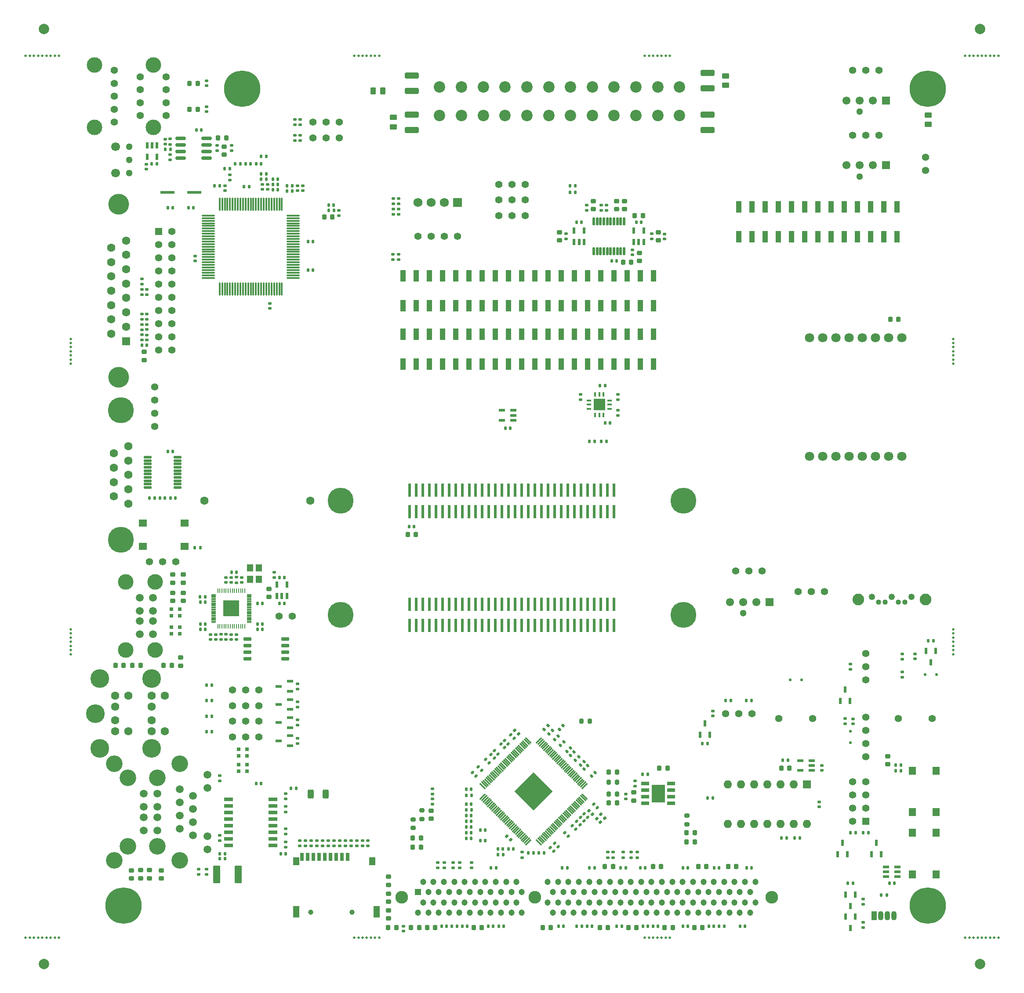
<source format=gts>
G04 #@! TF.GenerationSoftware,KiCad,Pcbnew,7.0.8*
G04 #@! TF.CreationDate,2023-10-29T22:50:43+01:00*
G04 #@! TF.ProjectId,ITX-Llama,4954582d-4c6c-4616-9d61-2e6b69636164,E*
G04 #@! TF.SameCoordinates,Original*
G04 #@! TF.FileFunction,Soldermask,Top*
G04 #@! TF.FilePolarity,Negative*
%FSLAX46Y46*%
G04 Gerber Fmt 4.6, Leading zero omitted, Abs format (unit mm)*
G04 Created by KiCad (PCBNEW 7.0.8) date 2023-10-29 22:50:43*
%MOMM*%
%LPD*%
G01*
G04 APERTURE LIST*
G04 Aperture macros list*
%AMRoundRect*
0 Rectangle with rounded corners*
0 $1 Rounding radius*
0 $2 $3 $4 $5 $6 $7 $8 $9 X,Y pos of 4 corners*
0 Add a 4 corners polygon primitive as box body*
4,1,4,$2,$3,$4,$5,$6,$7,$8,$9,$2,$3,0*
0 Add four circle primitives for the rounded corners*
1,1,$1+$1,$2,$3*
1,1,$1+$1,$4,$5*
1,1,$1+$1,$6,$7*
1,1,$1+$1,$8,$9*
0 Add four rect primitives between the rounded corners*
20,1,$1+$1,$2,$3,$4,$5,0*
20,1,$1+$1,$4,$5,$6,$7,0*
20,1,$1+$1,$6,$7,$8,$9,0*
20,1,$1+$1,$8,$9,$2,$3,0*%
%AMRotRect*
0 Rectangle, with rotation*
0 The origin of the aperture is its center*
0 $1 length*
0 $2 width*
0 $3 Rotation angle, in degrees counterclockwise*
0 Add horizontal line*
21,1,$1,$2,0,0,$3*%
G04 Aperture macros list end*
%ADD10R,1.755000X1.755000*%
%ADD11C,1.755000*%
%ADD12C,1.397000*%
%ADD13R,0.600000X1.200000*%
%ADD14RoundRect,0.140000X0.140000X0.170000X-0.140000X0.170000X-0.140000X-0.170000X0.140000X-0.170000X0*%
%ADD15RoundRect,0.140000X-0.140000X-0.170000X0.140000X-0.170000X0.140000X0.170000X-0.140000X0.170000X0*%
%ADD16RoundRect,0.135000X0.135000X0.185000X-0.135000X0.185000X-0.135000X-0.185000X0.135000X-0.185000X0*%
%ADD17RoundRect,0.135000X0.185000X-0.135000X0.185000X0.135000X-0.185000X0.135000X-0.185000X-0.135000X0*%
%ADD18RoundRect,0.140000X0.170000X-0.140000X0.170000X0.140000X-0.170000X0.140000X-0.170000X-0.140000X0*%
%ADD19RoundRect,0.225000X-0.225000X-0.250000X0.225000X-0.250000X0.225000X0.250000X-0.225000X0.250000X0*%
%ADD20RoundRect,0.218750X0.256250X-0.218750X0.256250X0.218750X-0.256250X0.218750X-0.256250X-0.218750X0*%
%ADD21C,0.400000*%
%ADD22C,7.000000*%
%ADD23RoundRect,0.200000X0.200000X0.275000X-0.200000X0.275000X-0.200000X-0.275000X0.200000X-0.275000X0*%
%ADD24RoundRect,0.135000X-0.185000X0.135000X-0.185000X-0.135000X0.185000X-0.135000X0.185000X0.135000X0*%
%ADD25R,1.400000X1.600000*%
%ADD26R,1.020000X2.300000*%
%ADD27RoundRect,0.225000X0.250000X-0.225000X0.250000X0.225000X-0.250000X0.225000X-0.250000X-0.225000X0*%
%ADD28RoundRect,0.225000X-0.250000X0.225000X-0.250000X-0.225000X0.250000X-0.225000X0.250000X0.225000X0*%
%ADD29RoundRect,0.140000X-0.021213X0.219203X-0.219203X0.021213X0.021213X-0.219203X0.219203X-0.021213X0*%
%ADD30C,2.440000*%
%ADD31R,1.200000X1.200000*%
%ADD32C,1.200000*%
%ADD33C,1.300000*%
%ADD34R,1.530000X1.530000*%
%ADD35C,1.550000*%
%ADD36RoundRect,0.250000X-1.100000X0.325000X-1.100000X-0.325000X1.100000X-0.325000X1.100000X0.325000X0*%
%ADD37R,1.200000X0.600000*%
%ADD38RoundRect,0.135000X-0.135000X-0.185000X0.135000X-0.185000X0.135000X0.185000X-0.135000X0.185000X0*%
%ADD39RoundRect,0.112500X-0.637500X-0.112500X0.637500X-0.112500X0.637500X0.112500X-0.637500X0.112500X0*%
%ADD40RoundRect,0.250000X0.450000X-0.262500X0.450000X0.262500X-0.450000X0.262500X-0.450000X-0.262500X0*%
%ADD41C,1.600000*%
%ADD42RoundRect,0.225000X0.225000X0.250000X-0.225000X0.250000X-0.225000X-0.250000X0.225000X-0.250000X0*%
%ADD43C,1.000000*%
%ADD44R,0.700000X1.500000*%
%ADD45R,1.200000X1.600000*%
%ADD46R,1.200000X2.200000*%
%ADD47C,1.700000*%
%ADD48C,0.500000*%
%ADD49C,2.000000*%
%ADD50R,1.600000X1.400000*%
%ADD51RoundRect,0.140000X-0.170000X0.140000X-0.170000X-0.140000X0.170000X-0.140000X0.170000X0.140000X0*%
%ADD52RoundRect,0.140000X0.219203X0.021213X0.021213X0.219203X-0.219203X-0.021213X-0.021213X-0.219203X0*%
%ADD53RoundRect,0.218750X0.218750X0.256250X-0.218750X0.256250X-0.218750X-0.256250X0.218750X-0.256250X0*%
%ADD54RoundRect,0.140000X-0.219203X-0.021213X-0.021213X-0.219203X0.219203X0.021213X0.021213X0.219203X0*%
%ADD55RoundRect,0.135000X-0.035355X0.226274X-0.226274X0.035355X0.035355X-0.226274X0.226274X-0.035355X0*%
%ADD56RoundRect,0.218750X-0.256250X0.218750X-0.256250X-0.218750X0.256250X-0.218750X0.256250X0.218750X0*%
%ADD57RoundRect,0.250000X-0.262500X-0.450000X0.262500X-0.450000X0.262500X0.450000X-0.262500X0.450000X0*%
%ADD58R,1.397000X1.397000*%
%ADD59C,3.600000*%
%ADD60RoundRect,0.250000X0.312500X0.625000X-0.312500X0.625000X-0.312500X-0.625000X0.312500X-0.625000X0*%
%ADD61O,0.370000X0.950000*%
%ADD62O,0.950000X0.370000*%
%ADD63R,2.200000X2.200000*%
%ADD64R,0.700000X0.700000*%
%ADD65RoundRect,0.135000X0.226274X0.035355X0.035355X0.226274X-0.226274X-0.035355X-0.035355X-0.226274X0*%
%ADD66C,1.800000*%
%ADD67RoundRect,0.249999X0.450001X1.450001X-0.450001X1.450001X-0.450001X-1.450001X0.450001X-1.450001X0*%
%ADD68RoundRect,0.125000X-0.125000X0.125000X-0.125000X-0.125000X0.125000X-0.125000X0.125000X0.125000X0*%
%ADD69RoundRect,0.250000X1.100000X-0.325000X1.100000X0.325000X-1.100000X0.325000X-1.100000X-0.325000X0*%
%ADD70RoundRect,0.075000X-1.162500X-0.075000X1.162500X-0.075000X1.162500X0.075000X-1.162500X0.075000X0*%
%ADD71RoundRect,0.075000X-0.075000X-1.162500X0.075000X-1.162500X0.075000X1.162500X-0.075000X1.162500X0*%
%ADD72RoundRect,0.006000X0.414000X0.094000X-0.414000X0.094000X-0.414000X-0.094000X0.414000X-0.094000X0*%
%ADD73RoundRect,0.020000X0.080000X0.400000X-0.080000X0.400000X-0.080000X-0.400000X0.080000X-0.400000X0*%
%ADD74R,3.100000X3.100000*%
%ADD75RoundRect,0.125000X0.125000X0.125000X-0.125000X0.125000X-0.125000X-0.125000X0.125000X-0.125000X0*%
%ADD76R,1.070000X1.800000*%
%ADD77O,1.070000X1.800000*%
%ADD78RoundRect,0.112500X-0.112500X0.637500X-0.112500X-0.637500X0.112500X-0.637500X0.112500X0.637500X0*%
%ADD79R,1.200000X1.400000*%
%ADD80C,1.500000*%
%ADD81C,3.000000*%
%ADD82C,2.250000*%
%ADD83C,1.250000*%
%ADD84C,1.016000*%
%ADD85C,1.248000*%
%ADD86C,5.000000*%
%ADD87R,1.505000X0.802000*%
%ADD88R,2.613000X3.502000*%
%ADD89C,3.200000*%
%ADD90RoundRect,0.200000X-0.275000X0.200000X-0.275000X-0.200000X0.275000X-0.200000X0.275000X0.200000X0*%
%ADD91R,1.600000X1.600000*%
%ADD92O,1.600000X1.600000*%
%ADD93RoundRect,0.135000X-0.226274X-0.035355X-0.035355X-0.226274X0.226274X0.035355X0.035355X0.226274X0*%
%ADD94C,1.400000*%
%ADD95C,2.200000*%
%ADD96RoundRect,0.250000X-0.450000X0.262500X-0.450000X-0.262500X0.450000X-0.262500X0.450000X0.262500X0*%
%ADD97RoundRect,0.150000X0.650000X0.150000X-0.650000X0.150000X-0.650000X-0.150000X0.650000X-0.150000X0*%
%ADD98R,0.630000X2.600000*%
%ADD99RoundRect,0.150000X-0.825000X-0.150000X0.825000X-0.150000X0.825000X0.150000X-0.825000X0.150000X0*%
%ADD100R,2.800000X0.600000*%
%ADD101R,1.670000X0.760000*%
%ADD102C,4.000000*%
%ADD103RoundRect,0.062500X-0.433103X-0.521491X0.521491X0.433103X0.433103X0.521491X-0.521491X-0.433103X0*%
%ADD104RoundRect,0.062500X0.433103X-0.521491X0.521491X-0.433103X-0.433103X0.521491X-0.521491X0.433103X0*%
%ADD105RotRect,5.200000X5.200000X45.000000*%
G04 APERTURE END LIST*
D10*
X64310000Y135500000D03*
D11*
X61770000Y135500000D03*
X59230000Y135500000D03*
X56690000Y135500000D03*
D12*
X26040000Y32500000D03*
X23500000Y32500000D03*
X20960000Y32500000D03*
D13*
X86800000Y127900000D03*
X87750000Y127900000D03*
X88700000Y127900000D03*
X88700000Y130100000D03*
X86800000Y130100000D03*
D14*
X36480000Y122500000D03*
X35520000Y122500000D03*
D15*
X14770000Y53250000D03*
X15730000Y53250000D03*
D16*
X121010000Y39500000D03*
X119990000Y39500000D03*
D14*
X62230000Y-4000000D03*
X61270000Y-4000000D03*
X96730000Y7250000D03*
X95770000Y7250000D03*
D15*
X89270000Y-4000000D03*
X90230000Y-4000000D03*
X14770000Y58500000D03*
X15730000Y58500000D03*
D12*
X41540000Y148000000D03*
X39000000Y148000000D03*
X36460000Y148000000D03*
D14*
X127980000Y28000000D03*
X127020000Y28000000D03*
D15*
X102020000Y-4000000D03*
X102980000Y-4000000D03*
D17*
X3500000Y108990000D03*
X3500000Y110010000D03*
D18*
X40500000Y11520000D03*
X40500000Y12480000D03*
D19*
X98475000Y133000000D03*
X100025000Y133000000D03*
D17*
X53000000Y133240000D03*
X53000000Y134260000D03*
D20*
X5000000Y5212500D03*
X5000000Y6787500D03*
D21*
X0Y-2750000D03*
X-1950000Y-1950000D03*
X1950000Y-1950000D03*
X-2750000Y0D03*
D22*
X0Y0D03*
D21*
X2750000Y0D03*
X-1950000Y1950000D03*
X1950000Y1950000D03*
X0Y2750000D03*
D23*
X95075000Y23750000D03*
X93425000Y23750000D03*
D14*
X24480000Y143000000D03*
X23520000Y143000000D03*
D15*
X118770000Y-4000000D03*
X119730000Y-4000000D03*
D14*
X36480000Y128000000D03*
X35520000Y128000000D03*
D24*
X95250000Y95510000D03*
X95250000Y94490000D03*
D17*
X98500000Y22990000D03*
X98500000Y24010000D03*
D12*
X143000000Y43460000D03*
X143000000Y46000000D03*
X143000000Y48540000D03*
D25*
X156500000Y6000000D03*
X156500000Y14000000D03*
X152000000Y6000000D03*
X152000000Y14000000D03*
D19*
X-1525000Y46250000D03*
X25000Y46250000D03*
D24*
X64750000Y8260000D03*
X64750000Y7240000D03*
D26*
X53870000Y115600000D03*
X53870000Y121400000D03*
X56410000Y115600000D03*
X56410000Y121400000D03*
X58950000Y115600000D03*
X58950000Y121400000D03*
X61490000Y115600000D03*
X61490000Y121400000D03*
X64030000Y115600000D03*
X64030000Y121400000D03*
X66570000Y115600000D03*
X66570000Y121400000D03*
X69110000Y115600000D03*
X69110000Y121400000D03*
X71650000Y115600000D03*
X71650000Y121400000D03*
X74190000Y115600000D03*
X74190000Y121400000D03*
X76730000Y115600000D03*
X76730000Y121400000D03*
X79270000Y115600000D03*
X79270000Y121400000D03*
X81810000Y115600000D03*
X81810000Y121400000D03*
X84350000Y115600000D03*
X84350000Y121400000D03*
X86890000Y115600000D03*
X86890000Y121400000D03*
X89430000Y115600000D03*
X89430000Y121400000D03*
X91970000Y115600000D03*
X91970000Y121400000D03*
X94510000Y115600000D03*
X94510000Y121400000D03*
X97050000Y115600000D03*
X97050000Y121400000D03*
X99590000Y115600000D03*
X99590000Y121400000D03*
X102130000Y115600000D03*
X102130000Y121400000D03*
D14*
X31230000Y10000000D03*
X30270000Y10000000D03*
D19*
X91725000Y-4250000D03*
X93275000Y-4250000D03*
D14*
X90730000Y7250000D03*
X89770000Y7250000D03*
X114730000Y7250000D03*
X113770000Y7250000D03*
D27*
X95000000Y134225000D03*
X95000000Y135775000D03*
D28*
X51000000Y-975000D03*
X51000000Y-2525000D03*
D19*
X58475000Y-4250000D03*
X60025000Y-4250000D03*
D21*
X154940000Y-2750000D03*
X152990000Y-1950000D03*
X156890000Y-1950000D03*
X152190000Y0D03*
D22*
X154940000Y0D03*
D21*
X157690000Y0D03*
X152990000Y1950000D03*
X156890000Y1950000D03*
X154940000Y2750000D03*
D29*
X88673220Y27713422D03*
X87994398Y27034600D03*
D16*
X20510000Y142000000D03*
X19490000Y142000000D03*
D17*
X76750000Y9240000D03*
X76750000Y10260000D03*
D15*
X73520000Y92000000D03*
X74480000Y92000000D03*
D16*
X17010000Y42500000D03*
X15990000Y42500000D03*
D17*
X139000000Y34990000D03*
X139000000Y36010000D03*
X142500000Y-4260000D03*
X142500000Y-3240000D03*
D30*
X53565000Y1574800D03*
X79205000Y1574800D03*
X124845000Y1574800D03*
D31*
X56705000Y2574800D03*
D32*
X57705000Y4574800D03*
X58705000Y2574800D03*
X59705000Y4574800D03*
X60705000Y2574800D03*
X61705000Y4574800D03*
X62705000Y2574800D03*
X63705000Y4574800D03*
X64705000Y2574800D03*
X65705000Y4574800D03*
X66705000Y2574800D03*
X67705000Y4574800D03*
X68705000Y2574800D03*
X69705000Y4574800D03*
X70705000Y2574800D03*
X71705000Y4574800D03*
X72705000Y2574800D03*
X73705000Y4574800D03*
X74705000Y2574800D03*
X75705000Y4574800D03*
X76705000Y2574800D03*
X81705000Y4574800D03*
X82705000Y2574800D03*
X83705000Y4574800D03*
X84705000Y2574800D03*
X85705000Y4574800D03*
X86705000Y2574800D03*
X87705000Y4574800D03*
X88705000Y2574800D03*
X89705000Y4574800D03*
X90705000Y2574800D03*
X91705000Y4574800D03*
X92705000Y2574800D03*
X93705000Y4574800D03*
X94705000Y2574800D03*
X95705000Y4574800D03*
X96705000Y2574800D03*
X97705000Y4574800D03*
X98705000Y2574800D03*
X99705000Y4574800D03*
X100705000Y2574800D03*
X101705000Y4574800D03*
X102705000Y2574800D03*
X103705000Y4574800D03*
X104705000Y2574800D03*
X105705000Y4574800D03*
X106705000Y2574800D03*
X107705000Y4574800D03*
X108705000Y2574800D03*
X109705000Y4574800D03*
X110705000Y2574800D03*
X111705000Y4574800D03*
X112705000Y2574800D03*
X113705000Y4574800D03*
X114705000Y2574800D03*
X115705000Y4574800D03*
X116705000Y2574800D03*
X117705000Y4574800D03*
X118705000Y2574800D03*
X119705000Y4574800D03*
X120705000Y2574800D03*
X121705000Y4574800D03*
X56705000Y-1425200D03*
X57705000Y574800D03*
X58705000Y-1425200D03*
X59705000Y574800D03*
X60705000Y-1425200D03*
X61705000Y574800D03*
X62705000Y-1425200D03*
X63705000Y574800D03*
X64705000Y-1425200D03*
X65705000Y574800D03*
X66705000Y-1425200D03*
X67705000Y574800D03*
X68705000Y-1425200D03*
X69705000Y574800D03*
X70705000Y-1425200D03*
X71705000Y574800D03*
X72705000Y-1425200D03*
X73705000Y574800D03*
X74705000Y-1425200D03*
X75705000Y574800D03*
X76705000Y-1425200D03*
X81705000Y574800D03*
X82705000Y-1425200D03*
X83705000Y574800D03*
X84705000Y-1425200D03*
X85705000Y574800D03*
X86705000Y-1425200D03*
X87705000Y574800D03*
X88705000Y-1425200D03*
X89705000Y574800D03*
X90705000Y-1425200D03*
X91705000Y574800D03*
X92705000Y-1425200D03*
X93705000Y574800D03*
X94705000Y-1425200D03*
X95705000Y574800D03*
X96705000Y-1425200D03*
X97705000Y574800D03*
X98705000Y-1425200D03*
X99705000Y574800D03*
X100705000Y-1425200D03*
X101705000Y574800D03*
X102705000Y-1425200D03*
X103705000Y574800D03*
X104705000Y-1425200D03*
X105705000Y574800D03*
X106705000Y-1425200D03*
X107705000Y574800D03*
X108705000Y-1425200D03*
X109705000Y574800D03*
X110705000Y-1425200D03*
X111705000Y574800D03*
X112705000Y-1425200D03*
X113705000Y574800D03*
X114705000Y-1425200D03*
X115705000Y574800D03*
X116705000Y-1425200D03*
X117705000Y574800D03*
X118705000Y-1425200D03*
X119705000Y574800D03*
X120705000Y-1425200D03*
X121705000Y574800D03*
D14*
X4480000Y108000000D03*
X3520000Y108000000D03*
D18*
X152500000Y47540000D03*
X152500000Y48500000D03*
D27*
X9500000Y62225000D03*
X9500000Y63775000D03*
D33*
X141822000Y140531500D03*
D34*
X146902000Y142691500D03*
D35*
X144362000Y142691500D03*
X141822000Y142691500D03*
X139282000Y142691500D03*
D15*
X63270000Y-4000000D03*
X64230000Y-4000000D03*
D36*
X112500000Y160475000D03*
X112500000Y157525000D03*
D37*
X32100000Y30800000D03*
X29900000Y31750000D03*
X32100000Y32700000D03*
D38*
X23140000Y138550000D03*
X24160000Y138550000D03*
D12*
X140460000Y148500000D03*
X143000000Y148500000D03*
X145540000Y148500000D03*
D28*
X99400000Y125775000D03*
X99400000Y124225000D03*
D18*
X96750000Y20520000D03*
X96750000Y21480000D03*
D38*
X148740000Y26000000D03*
X149760000Y26000000D03*
D28*
X28000000Y61025000D03*
X28000000Y59475000D03*
D39*
X4600000Y86425000D03*
X4600000Y85775000D03*
X4600000Y85125000D03*
X4600000Y84475000D03*
X4600000Y83825000D03*
X4600000Y83175000D03*
X4600000Y82525000D03*
X4600000Y81875000D03*
X4600000Y81225000D03*
X4600000Y80575000D03*
X10400000Y80575000D03*
X10400000Y81225000D03*
X10400000Y81875000D03*
X10400000Y82525000D03*
X10400000Y83175000D03*
X10400000Y83825000D03*
X10400000Y84475000D03*
X10400000Y85125000D03*
X10400000Y85775000D03*
X10400000Y86425000D03*
D19*
X108475000Y14000000D03*
X110025000Y14000000D03*
D15*
X31520000Y138750000D03*
X32480000Y138750000D03*
D12*
X72300000Y133000000D03*
X74840000Y133000000D03*
X77380000Y133000000D03*
D29*
X84854844Y31531799D03*
X84176022Y30852977D03*
D40*
X155000000Y150587500D03*
X155000000Y152412500D03*
D12*
X117960000Y64500000D03*
X120500000Y64500000D03*
X123040000Y64500000D03*
D14*
X66980000Y14000000D03*
X66020000Y14000000D03*
D28*
X19400000Y146275000D03*
X19400000Y144725000D03*
D14*
X26730000Y53250000D03*
X25770000Y53250000D03*
D17*
X19750000Y51240000D03*
X19750000Y52260000D03*
D24*
X59500000Y20520000D03*
X59500000Y19500000D03*
D41*
X35950000Y78000000D03*
X15600000Y78000000D03*
D42*
X40225000Y132700000D03*
X38675000Y132700000D03*
X128275000Y26500000D03*
X126725000Y26500000D03*
D24*
X47100000Y12510000D03*
X47100000Y11490000D03*
D16*
X9010000Y145750000D03*
X7990000Y145750000D03*
D20*
X11500000Y62212500D03*
X11500000Y63787500D03*
D43*
X36050000Y-1300000D03*
X44050000Y-1300000D03*
D44*
X43140000Y9350000D03*
X42040000Y9350000D03*
X40940000Y9350000D03*
X39840000Y9350000D03*
X38740000Y9350000D03*
X37640000Y9350000D03*
X36540000Y9350000D03*
X35440000Y9350000D03*
X34340000Y9350000D03*
D45*
X33240000Y8500000D03*
D46*
X33240000Y-1200000D03*
D45*
X47920000Y8500000D03*
D46*
X48760000Y-1200000D03*
D16*
X141010000Y14000000D03*
X139990000Y14000000D03*
D42*
X56925000Y-4250000D03*
X55375000Y-4250000D03*
D17*
X3500000Y117740000D03*
X3500000Y118760000D03*
D28*
X84000000Y129775000D03*
X84000000Y128225000D03*
D37*
X32100000Y37800000D03*
X29900000Y38750000D03*
X32100000Y39700000D03*
D16*
X17010000Y33500000D03*
X15990000Y33500000D03*
D33*
X1110000Y146290000D03*
X1110000Y143750000D03*
X1110000Y141210000D03*
D47*
X-1510000Y146290000D03*
X-1510000Y141210000D03*
D48*
X-18860000Y163830000D03*
X-18860000Y-6170000D03*
X-18060000Y163830000D03*
X-18060000Y-6170000D03*
X-17260000Y163830000D03*
X-17260000Y-6170000D03*
X-16460000Y163830000D03*
X-16460000Y-6170000D03*
X-15660000Y163830000D03*
X-15660000Y-6170000D03*
D49*
X-15310000Y168980000D03*
X-15310000Y-11320000D03*
D48*
X-14860000Y163830000D03*
X-14860000Y-6170000D03*
X-14060000Y163830000D03*
X-14060000Y-6170000D03*
X-13260000Y163830000D03*
X-13260000Y-6170000D03*
X-12460000Y163830000D03*
X-12460000Y-6170000D03*
X-10160000Y109230000D03*
X-10160000Y108430000D03*
X-10160000Y107630000D03*
X-10160000Y106830000D03*
X-10160000Y106030000D03*
X-10160000Y105230000D03*
X-10160000Y104430000D03*
X-10160000Y53230000D03*
X-10160000Y52430000D03*
X-10160000Y51630000D03*
X-10160000Y50830000D03*
X-10160000Y50030000D03*
X-10160000Y49230000D03*
X-10160000Y48430000D03*
X44440000Y163830000D03*
X44440000Y-6170000D03*
X45240000Y163830000D03*
X45240000Y-6170000D03*
X46040000Y163830000D03*
X46040000Y-6170000D03*
X46840000Y163830000D03*
X46840000Y-6170000D03*
X47640000Y163830000D03*
X47640000Y-6170000D03*
X48440000Y163830000D03*
X48440000Y-6170000D03*
X49240000Y163830000D03*
X49240000Y-6170000D03*
X100440000Y163830000D03*
X100440000Y-6170000D03*
X101240000Y163830000D03*
X101240000Y-6170000D03*
X102040000Y163830000D03*
X102040000Y-6170000D03*
X102840000Y163830000D03*
X102840000Y-6170000D03*
X103640000Y163830000D03*
X103640000Y-6170000D03*
X104440000Y163830000D03*
X104440000Y-6170000D03*
X105240000Y163830000D03*
X105240000Y-6170000D03*
X159840000Y109230000D03*
X159840000Y108430000D03*
X159840000Y107630000D03*
X159840000Y106830000D03*
X159840000Y106030000D03*
X159840000Y105230000D03*
X159840000Y104430000D03*
X159840000Y53230000D03*
X159840000Y52430000D03*
X159840000Y51630000D03*
X159840000Y50830000D03*
X159840000Y50030000D03*
X159840000Y49230000D03*
X159840000Y48430000D03*
X162140000Y163830000D03*
X162140000Y-6170000D03*
X162940000Y163830000D03*
X162940000Y-6170000D03*
X163740000Y163830000D03*
X163740000Y-6170000D03*
X164540000Y163830000D03*
X164540000Y-6170000D03*
D49*
X164990000Y168980000D03*
X164990000Y-11320000D03*
D48*
X165340000Y163830000D03*
X165340000Y-6170000D03*
X166140000Y163830000D03*
X166140000Y-6170000D03*
X166940000Y163830000D03*
X166940000Y-6170000D03*
X167740000Y163830000D03*
X167740000Y-6170000D03*
X168540000Y163830000D03*
X168540000Y-6170000D03*
D15*
X66020000Y19500000D03*
X66980000Y19500000D03*
D50*
X3750000Y69250000D03*
X11750000Y69250000D03*
X3750000Y73750000D03*
X11750000Y73750000D03*
D51*
X17750000Y52230000D03*
X17750000Y51270000D03*
D15*
X98770000Y131750000D03*
X99730000Y131750000D03*
D52*
X87966114Y15579470D03*
X87287292Y16258292D03*
D19*
X55725000Y13000000D03*
X57275000Y13000000D03*
D53*
X3287500Y46250000D03*
X1712500Y46250000D03*
D13*
X144050000Y9900000D03*
X145950000Y9900000D03*
X145000000Y12100000D03*
D18*
X134000000Y19020000D03*
X134000000Y19980000D03*
D13*
X29550000Y59650000D03*
X30500000Y59650000D03*
X31450000Y59650000D03*
X31450000Y61850000D03*
X29550000Y61850000D03*
D51*
X85250000Y129480000D03*
X85250000Y128520000D03*
D38*
X145990000Y2000000D03*
X147010000Y2000000D03*
D29*
X83723473Y32663170D03*
X83044651Y31984348D03*
D15*
X94020000Y124250000D03*
X94980000Y124250000D03*
D54*
X72720892Y31107535D03*
X73399714Y30428713D03*
D55*
X81760624Y34660624D03*
X81039376Y33939376D03*
D29*
X82592102Y33794541D03*
X81913280Y33115719D03*
D17*
X18750000Y51240000D03*
X18750000Y52260000D03*
D56*
X11000000Y47787500D03*
X11000000Y46212500D03*
D14*
X9480000Y134500000D03*
X8520000Y134500000D03*
D17*
X96250000Y9240000D03*
X96250000Y10260000D03*
D16*
X88260000Y-4000000D03*
X87240000Y-4000000D03*
D18*
X20500000Y139870000D03*
X20500000Y140830000D03*
D51*
X19750000Y63230000D03*
X19750000Y62270000D03*
D13*
X140950000Y2100000D03*
X139050000Y2100000D03*
X140000000Y-100000D03*
D38*
X139490000Y4250000D03*
X140510000Y4250000D03*
D24*
X44900000Y12510000D03*
X44900000Y11490000D03*
D42*
X82275000Y-4250000D03*
X80725000Y-4250000D03*
D57*
X48087500Y157000000D03*
X49912500Y157000000D03*
D38*
X148740000Y27100000D03*
X149760000Y27100000D03*
D42*
X19775000Y148000000D03*
X18225000Y148000000D03*
D37*
X132600000Y26050000D03*
X132600000Y27000000D03*
X132600000Y27950000D03*
X130400000Y27950000D03*
X130400000Y26050000D03*
D55*
X84660624Y34660624D03*
X83939376Y33939376D03*
D24*
X3500000Y112010000D03*
X3500000Y110990000D03*
D12*
X64310000Y129000000D03*
X61770000Y129000000D03*
X59230000Y129000000D03*
X56690000Y129000000D03*
D58*
X143020000Y16190000D03*
D12*
X143020000Y18730000D03*
X143020000Y21270000D03*
X143020000Y23810000D03*
X140480000Y23810000D03*
X140480000Y21270000D03*
X140480000Y18730000D03*
X140480000Y16190000D03*
D15*
X28770000Y138000000D03*
X29730000Y138000000D03*
D27*
X103000000Y128225000D03*
X103000000Y129775000D03*
D41*
X-1600000Y35700000D03*
X-1600000Y38300000D03*
X-1600000Y33600000D03*
X-1600000Y40400000D03*
X900000Y33600000D03*
X900000Y40400000D03*
X5400000Y35700000D03*
X5400000Y38300000D03*
X5400000Y33600000D03*
X5400000Y40400000D03*
X7900000Y33600000D03*
X7900000Y40400000D03*
D59*
X-4600000Y30250000D03*
X5400000Y30250000D03*
X-5400000Y37000000D03*
X-4600000Y43750000D03*
X5400000Y43750000D03*
D16*
X90760000Y89500000D03*
X89740000Y89500000D03*
D20*
X3250000Y5212500D03*
X3250000Y6787500D03*
D24*
X88000000Y98510000D03*
X88000000Y97490000D03*
D12*
X4960000Y66250000D03*
X7500000Y66250000D03*
X10040000Y66250000D03*
D14*
X30980000Y63250000D03*
X30020000Y63250000D03*
D24*
X18000000Y146510000D03*
X18000000Y145490000D03*
X34000000Y148510000D03*
X34000000Y147490000D03*
D54*
X67205459Y25592102D03*
X67884281Y24913280D03*
D15*
X86020000Y138750000D03*
X86980000Y138750000D03*
D24*
X34000000Y151510000D03*
X34000000Y150490000D03*
D60*
X38962500Y21500000D03*
X36037500Y21500000D03*
D12*
X72300000Y136000000D03*
X74840000Y136000000D03*
X77380000Y136000000D03*
D19*
X108475000Y12250000D03*
X110025000Y12250000D03*
D27*
X98250000Y20225000D03*
X98250000Y21775000D03*
D12*
X26040000Y38500000D03*
X23500000Y38500000D03*
X20960000Y38500000D03*
D15*
X5420000Y143000000D03*
X6380000Y143000000D03*
D17*
X92000000Y133990000D03*
X92000000Y135010000D03*
D38*
X17490000Y138750000D03*
X18510000Y138750000D03*
D26*
X148970000Y134700000D03*
X148970000Y128900000D03*
X146430000Y134700000D03*
X146430000Y128900000D03*
X143890000Y134700000D03*
X143890000Y128900000D03*
X141350000Y134700000D03*
X141350000Y128900000D03*
X138810000Y134700000D03*
X138810000Y128900000D03*
X136270000Y134700000D03*
X136270000Y128900000D03*
X133730000Y134700000D03*
X133730000Y128900000D03*
X131190000Y134700000D03*
X131190000Y128900000D03*
X128650000Y134700000D03*
X128650000Y128900000D03*
X126110000Y134700000D03*
X126110000Y128900000D03*
X123570000Y134700000D03*
X123570000Y128900000D03*
X121030000Y134700000D03*
X121030000Y128900000D03*
X118490000Y134700000D03*
X118490000Y128900000D03*
D61*
X90843000Y94550000D03*
X91643000Y94550000D03*
X92443000Y94550000D03*
D62*
X93643000Y95750000D03*
X93643000Y96550000D03*
X93643000Y97350000D03*
D61*
X92443000Y98550000D03*
X91643000Y98550000D03*
X90843000Y98550000D03*
D62*
X89643000Y97350000D03*
X89643000Y96550000D03*
X89643000Y95750000D03*
D63*
X91643000Y96550000D03*
D18*
X33500000Y137770000D03*
X33500000Y138730000D03*
D24*
X33900000Y12510000D03*
X33900000Y11490000D03*
D18*
X4500000Y113020000D03*
X4500000Y113980000D03*
D64*
X22200000Y30150000D03*
X23800000Y30150000D03*
X23800000Y28850000D03*
X22200000Y28850000D03*
D13*
X111050000Y32900000D03*
X112950000Y32900000D03*
X112000000Y35100000D03*
D15*
X55000000Y73000000D03*
X55960000Y73000000D03*
D51*
X26750000Y138980000D03*
X26750000Y138020000D03*
D17*
X31250000Y11240000D03*
X31250000Y12260000D03*
D24*
X31250000Y19065000D03*
X31250000Y18045000D03*
D65*
X90360624Y17539376D03*
X89639376Y18260624D03*
D18*
X13800000Y124220000D03*
X13800000Y125180000D03*
X104250000Y128500000D03*
X104250000Y129460000D03*
D66*
X132110000Y86570000D03*
X134650000Y86570000D03*
X137190000Y86570000D03*
X139730000Y86570000D03*
X142270000Y86570000D03*
X144810000Y86570000D03*
X147350000Y86570000D03*
X149890000Y86570000D03*
X149890000Y109430000D03*
X147350000Y109430000D03*
X144810000Y109430000D03*
X142270000Y109430000D03*
X139730000Y109430000D03*
X137190000Y109430000D03*
X134650000Y109430000D03*
X132110000Y109430000D03*
D67*
X22050000Y6000000D03*
X17950000Y6000000D03*
D17*
X41600000Y11490000D03*
X41600000Y12510000D03*
D14*
X26730000Y54250000D03*
X25770000Y54250000D03*
D51*
X16000000Y158980000D03*
X16000000Y158020000D03*
D38*
X77990000Y10100000D03*
X79010000Y10100000D03*
D19*
X101975000Y7500000D03*
X103525000Y7500000D03*
D17*
X52000000Y135240000D03*
X52000000Y136260000D03*
D14*
X26730000Y58250000D03*
X25770000Y58250000D03*
D51*
X4500000Y111980000D03*
X4500000Y111020000D03*
D14*
X108730000Y-4000000D03*
X107770000Y-4000000D03*
D68*
X140000000Y33600000D03*
X140000000Y31400000D03*
D15*
X66020000Y22400000D03*
X66980000Y22400000D03*
D14*
X66230000Y-4000000D03*
X65270000Y-4000000D03*
D42*
X95025000Y19800000D03*
X93475000Y19800000D03*
X94275000Y7500000D03*
X92725000Y7500000D03*
D69*
X55500000Y149525000D03*
X55500000Y152475000D03*
D12*
X129960000Y60500000D03*
X132500000Y60500000D03*
X135040000Y60500000D03*
D38*
X65990000Y18400000D03*
X67010000Y18400000D03*
D42*
X69025000Y-4250000D03*
X67475000Y-4250000D03*
D51*
X4400000Y142880000D03*
X4400000Y141920000D03*
D15*
X112770000Y-4000000D03*
X113730000Y-4000000D03*
D69*
X55500000Y157025000D03*
X55500000Y159975000D03*
D70*
X16337500Y133000000D03*
X16337500Y132500000D03*
X16337500Y132000000D03*
X16337500Y131500000D03*
X16337500Y131000000D03*
X16337500Y130500000D03*
X16337500Y130000000D03*
X16337500Y129500000D03*
X16337500Y129000000D03*
X16337500Y128500000D03*
X16337500Y128000000D03*
X16337500Y127500000D03*
X16337500Y127000000D03*
X16337500Y126500000D03*
X16337500Y126000000D03*
X16337500Y125500000D03*
X16337500Y125000000D03*
X16337500Y124500000D03*
X16337500Y124000000D03*
X16337500Y123500000D03*
X16337500Y123000000D03*
X16337500Y122500000D03*
X16337500Y122000000D03*
X16337500Y121500000D03*
X16337500Y121000000D03*
D71*
X18500000Y118837500D03*
X19000000Y118837500D03*
X19500000Y118837500D03*
X20000000Y118837500D03*
X20500000Y118837500D03*
X21000000Y118837500D03*
X21500000Y118837500D03*
X22000000Y118837500D03*
X22500000Y118837500D03*
X23000000Y118837500D03*
X23500000Y118837500D03*
X24000000Y118837500D03*
X24500000Y118837500D03*
X25000000Y118837500D03*
X25500000Y118837500D03*
X26000000Y118837500D03*
X26500000Y118837500D03*
X27000000Y118837500D03*
X27500000Y118837500D03*
X28000000Y118837500D03*
X28500000Y118837500D03*
X29000000Y118837500D03*
X29500000Y118837500D03*
X30000000Y118837500D03*
X30500000Y118837500D03*
D70*
X32662500Y121000000D03*
X32662500Y121500000D03*
X32662500Y122000000D03*
X32662500Y122500000D03*
X32662500Y123000000D03*
X32662500Y123500000D03*
X32662500Y124000000D03*
X32662500Y124500000D03*
X32662500Y125000000D03*
X32662500Y125500000D03*
X32662500Y126000000D03*
X32662500Y126500000D03*
X32662500Y127000000D03*
X32662500Y127500000D03*
X32662500Y128000000D03*
X32662500Y128500000D03*
X32662500Y129000000D03*
X32662500Y129500000D03*
X32662500Y130000000D03*
X32662500Y130500000D03*
X32662500Y131000000D03*
X32662500Y131500000D03*
X32662500Y132000000D03*
X32662500Y132500000D03*
X32662500Y133000000D03*
D71*
X30500000Y135162500D03*
X30000000Y135162500D03*
X29500000Y135162500D03*
X29000000Y135162500D03*
X28500000Y135162500D03*
X28000000Y135162500D03*
X27500000Y135162500D03*
X27000000Y135162500D03*
X26500000Y135162500D03*
X26000000Y135162500D03*
X25500000Y135162500D03*
X25000000Y135162500D03*
X24500000Y135162500D03*
X24000000Y135162500D03*
X23500000Y135162500D03*
X23000000Y135162500D03*
X22500000Y135162500D03*
X22000000Y135162500D03*
X21500000Y135162500D03*
X21000000Y135162500D03*
X20500000Y135162500D03*
X20000000Y135162500D03*
X19500000Y135162500D03*
X19000000Y135162500D03*
X18500000Y135162500D03*
D72*
X24185000Y54650000D03*
X24185000Y55050000D03*
X24185000Y55450000D03*
X24185000Y55850000D03*
X24185000Y56250000D03*
X24185000Y56650000D03*
X24185000Y57050000D03*
X24185000Y57450000D03*
X24185000Y57850000D03*
X24185000Y58250000D03*
X24185000Y58650000D03*
X24185000Y59050000D03*
X24185000Y59450000D03*
X24185000Y59850000D03*
D73*
X23350000Y60685000D03*
X22950000Y60685000D03*
X22550000Y60685000D03*
X22150000Y60685000D03*
X21750000Y60685000D03*
X21350000Y60685000D03*
X20950000Y60685000D03*
X20550000Y60685000D03*
X20150000Y60685000D03*
X19750000Y60685000D03*
X19350000Y60685000D03*
X18950000Y60685000D03*
X18550000Y60685000D03*
X18150000Y60685000D03*
D72*
X17315000Y59850000D03*
X17315000Y59450000D03*
X17315000Y59050000D03*
X17315000Y58650000D03*
X17315000Y58250000D03*
X17315000Y57850000D03*
X17315000Y57450000D03*
X17315000Y57050000D03*
X17315000Y56650000D03*
X17315000Y56250000D03*
X17315000Y55850000D03*
X17315000Y55450000D03*
X17315000Y55050000D03*
X17315000Y54650000D03*
D73*
X18150000Y53815000D03*
X18550000Y53815000D03*
X18950000Y53815000D03*
X19350000Y53815000D03*
X19750000Y53815000D03*
X20150000Y53815000D03*
X20550000Y53815000D03*
X20950000Y53815000D03*
X21350000Y53815000D03*
X21750000Y53815000D03*
X22150000Y53815000D03*
X22550000Y53815000D03*
X22950000Y53815000D03*
X23350000Y53815000D03*
D74*
X20750000Y57250000D03*
D12*
X41540000Y151000000D03*
X39000000Y151000000D03*
X36460000Y151000000D03*
D17*
X33000000Y150490000D03*
X33000000Y151510000D03*
D19*
X50975000Y-4250000D03*
X52525000Y-4250000D03*
D54*
X69751043Y28137686D03*
X70429865Y27458864D03*
D15*
X99540000Y7250000D03*
X100500000Y7250000D03*
D18*
X20750000Y51270000D03*
X20750000Y52230000D03*
D16*
X92760000Y100250000D03*
X91740000Y100250000D03*
D12*
X154500000Y144270000D03*
X154500000Y141730000D03*
D15*
X5020000Y78500000D03*
X5980000Y78500000D03*
D17*
X14500000Y5990000D03*
X14500000Y7010000D03*
D14*
X73230000Y-4000000D03*
X72270000Y-4000000D03*
X73080000Y10900000D03*
X72120000Y10900000D03*
D29*
X87683271Y28703372D03*
X87004449Y28024550D03*
D21*
X22860000Y154730000D03*
X20910000Y155530000D03*
X24810000Y155530000D03*
X20110000Y157480000D03*
D22*
X22860000Y157480000D03*
D21*
X25610000Y157480000D03*
X20910000Y159430000D03*
X24810000Y159430000D03*
X22860000Y160230000D03*
D16*
X40510000Y134000000D03*
X39490000Y134000000D03*
D23*
X89825000Y35500000D03*
X88175000Y35500000D03*
D17*
X16000000Y5990000D03*
X16000000Y7010000D03*
D37*
X149100000Y5550000D03*
X149100000Y6500000D03*
X149100000Y7450000D03*
X146900000Y7450000D03*
X146900000Y6500000D03*
X146900000Y5550000D03*
D38*
X91990000Y89500000D03*
X93010000Y89500000D03*
D24*
X18500000Y13510000D03*
X18500000Y12490000D03*
D16*
X113510000Y20750000D03*
X112490000Y20750000D03*
D24*
X42700000Y12510000D03*
X42700000Y11490000D03*
D15*
X87270000Y131750000D03*
X88230000Y131750000D03*
D54*
X71448100Y29834743D03*
X72126922Y29155921D03*
D51*
X16750000Y52230000D03*
X16750000Y51270000D03*
D75*
X156600000Y44500000D03*
X154400000Y44500000D03*
D42*
X111525000Y-4250000D03*
X109975000Y-4250000D03*
D26*
X53870000Y104345000D03*
X53870000Y110145000D03*
X56410000Y104345000D03*
X56410000Y110145000D03*
X58950000Y104345000D03*
X58950000Y110145000D03*
X61490000Y104345000D03*
X61490000Y110145000D03*
X64030000Y104345000D03*
X64030000Y110145000D03*
X66570000Y104345000D03*
X66570000Y110145000D03*
X69110000Y104345000D03*
X69110000Y110145000D03*
X71650000Y104345000D03*
X71650000Y110145000D03*
X74190000Y104345000D03*
X74190000Y110145000D03*
X76730000Y104345000D03*
X76730000Y110145000D03*
X79270000Y104345000D03*
X79270000Y110145000D03*
X81810000Y104345000D03*
X81810000Y110145000D03*
X84350000Y104345000D03*
X84350000Y110145000D03*
X86890000Y104345000D03*
X86890000Y110145000D03*
X89430000Y104345000D03*
X89430000Y110145000D03*
X91970000Y104345000D03*
X91970000Y110145000D03*
X94510000Y104345000D03*
X94510000Y110145000D03*
X97050000Y104345000D03*
X97050000Y110145000D03*
X99590000Y104345000D03*
X99590000Y110145000D03*
X102130000Y104345000D03*
X102130000Y110145000D03*
D40*
X52000000Y150087500D03*
X52000000Y151912500D03*
D23*
X95075000Y21500000D03*
X93425000Y21500000D03*
D15*
X68720000Y14500000D03*
X69680000Y14500000D03*
X8520000Y87500000D03*
X9480000Y87500000D03*
D76*
X144600000Y-2000000D03*
D77*
X145870000Y-2000000D03*
X147140000Y-2000000D03*
X148410000Y-2000000D03*
D52*
X87117585Y14730942D03*
X86438763Y15409764D03*
D29*
X89380327Y27006316D03*
X88701505Y26327494D03*
D15*
X68720000Y12500000D03*
X69680000Y12500000D03*
D51*
X140500000Y35980000D03*
X140500000Y35020000D03*
D78*
X96425000Y131900000D03*
X95775000Y131900000D03*
X95125000Y131900000D03*
X94475000Y131900000D03*
X93825000Y131900000D03*
X93175000Y131900000D03*
X92525000Y131900000D03*
X91875000Y131900000D03*
X91225000Y131900000D03*
X90575000Y131900000D03*
X90575000Y126100000D03*
X91225000Y126100000D03*
X91875000Y126100000D03*
X92525000Y126100000D03*
X93175000Y126100000D03*
X93825000Y126100000D03*
X94475000Y126100000D03*
X95125000Y126100000D03*
X95775000Y126100000D03*
X96425000Y126100000D03*
D24*
X142500000Y1260000D03*
X142500000Y240000D03*
D17*
X93000000Y133990000D03*
X93000000Y135010000D03*
D54*
X74559369Y32946012D03*
X75238191Y32267190D03*
D79*
X26100000Y62900000D03*
X26100000Y65100000D03*
X24400000Y65100000D03*
X24400000Y62900000D03*
D18*
X4500000Y109020000D03*
X4500000Y109980000D03*
D25*
X156500000Y18000000D03*
X156500000Y26000000D03*
X152000000Y18000000D03*
X152000000Y26000000D03*
D17*
X53000000Y135240000D03*
X53000000Y136260000D03*
D18*
X101750000Y128520000D03*
X101750000Y129480000D03*
X89250000Y134020000D03*
X89250000Y134980000D03*
D16*
X73110000Y9800000D03*
X72090000Y9800000D03*
D19*
X7725000Y46250000D03*
X9275000Y46250000D03*
D17*
X150000000Y47490000D03*
X150000000Y48510000D03*
D14*
X7980000Y78500000D03*
X7020000Y78500000D03*
D52*
X91239411Y18860589D03*
X90560589Y19539411D03*
D80*
X5680000Y59300000D03*
X5680000Y56800000D03*
X5680000Y54800000D03*
X5680000Y52300000D03*
X3080000Y59300000D03*
X3080000Y56800000D03*
X3080000Y54800000D03*
X3080000Y52300000D03*
D81*
X6080000Y62350000D03*
X380000Y62350000D03*
X6080000Y49250000D03*
X380000Y49250000D03*
D24*
X61750000Y8260000D03*
X61750000Y7240000D03*
X36100000Y12510000D03*
X36100000Y11490000D03*
D14*
X108730000Y7250000D03*
X107770000Y7250000D03*
D33*
X119322000Y56340000D03*
D34*
X124402000Y58500000D03*
D35*
X121862000Y58500000D03*
X119322000Y58500000D03*
X116782000Y58500000D03*
D17*
X52000000Y133240000D03*
X52000000Y134260000D03*
X21750000Y62240000D03*
X21750000Y63260000D03*
D19*
X103225000Y26500000D03*
X104775000Y26500000D03*
D38*
X126740000Y13000000D03*
X127760000Y13000000D03*
D54*
X68336830Y26723473D03*
X69015652Y26044651D03*
D82*
X154480000Y59000000D03*
X141520000Y59000000D03*
D83*
X144190000Y59500000D03*
D84*
X145460000Y58500000D03*
X146730000Y58500000D03*
D85*
X148000000Y59500000D03*
D84*
X149270000Y58500000D03*
X150540000Y58500000D03*
D85*
X151810000Y59500000D03*
D24*
X29000000Y64260000D03*
X29000000Y63240000D03*
D14*
X29730000Y140000000D03*
X28770000Y140000000D03*
D13*
X137550000Y9900000D03*
X139450000Y9900000D03*
X138500000Y12100000D03*
D14*
X66980000Y15100000D03*
X66020000Y15100000D03*
D18*
X28200000Y115120000D03*
X28200000Y116080000D03*
D21*
X154940000Y154730000D03*
X152990000Y155530000D03*
X156890000Y155530000D03*
X152190000Y157480000D03*
D22*
X154940000Y157480000D03*
D21*
X157690000Y157480000D03*
X152990000Y159430000D03*
X156890000Y159430000D03*
X154940000Y160230000D03*
D13*
X156450000Y49100000D03*
X154550000Y49100000D03*
X155500000Y46900000D03*
D14*
X21730000Y64250000D03*
X20770000Y64250000D03*
D41*
X920000Y88545000D03*
X920000Y85775000D03*
X920000Y83005000D03*
X920000Y80235000D03*
X920000Y77465000D03*
X-1920000Y87160000D03*
X-1920000Y84390000D03*
X-1920000Y81620000D03*
X-1920000Y78850000D03*
D86*
X-500000Y70510000D03*
X-500000Y95500000D03*
D13*
X6450000Y146500000D03*
X5500000Y146500000D03*
X4550000Y146500000D03*
X4550000Y144300000D03*
X6450000Y144300000D03*
D14*
X120980000Y7250000D03*
X120020000Y7250000D03*
D87*
X105495000Y19690000D03*
X105495000Y20960000D03*
X105495000Y22230000D03*
X105495000Y23500000D03*
X100500000Y23500000D03*
X100500000Y22230000D03*
X100500000Y20960000D03*
X100500000Y19690000D03*
D88*
X102997500Y21595000D03*
D38*
X70740000Y7250000D03*
X71760000Y7250000D03*
D17*
X9000000Y146740000D03*
X9000000Y147760000D03*
D80*
X16170000Y25200000D03*
X16170000Y22660000D03*
X16170000Y13340000D03*
X16170000Y10800000D03*
X13340000Y13550000D03*
X10800000Y14825000D03*
X13340000Y16095000D03*
X10800000Y17365000D03*
X13340000Y18635000D03*
X10800000Y19905000D03*
X13340000Y21175000D03*
X10800000Y22445000D03*
D89*
X10800000Y27325000D03*
X-1800000Y27325000D03*
X6480000Y24570000D03*
X800000Y24570000D03*
X6480000Y11430000D03*
X800000Y11430000D03*
X10800000Y8675000D03*
X-1800000Y8675000D03*
D80*
X3860000Y21540000D03*
X3860000Y19000000D03*
X3860000Y17000000D03*
X3860000Y14460000D03*
X6480000Y21540000D03*
X6480000Y19000000D03*
X6480000Y17000000D03*
X6480000Y14460000D03*
D17*
X99000000Y9240000D03*
X99000000Y10260000D03*
D16*
X117010000Y39500000D03*
X115990000Y39500000D03*
D15*
X74120000Y10900000D03*
X75080000Y10900000D03*
X26520000Y140000000D03*
X27480000Y140000000D03*
D38*
X21490000Y143000000D03*
X22510000Y143000000D03*
D24*
X38300000Y12510000D03*
X38300000Y11490000D03*
D38*
X80000000Y10100000D03*
X81020000Y10100000D03*
D90*
X108500000Y17325000D03*
X108500000Y15675000D03*
D16*
X17010000Y39500000D03*
X15990000Y39500000D03*
D19*
X116475000Y7500000D03*
X118025000Y7500000D03*
D38*
X114740000Y-4000000D03*
X115760000Y-4000000D03*
D91*
X131610000Y23300000D03*
D92*
X129070000Y23300000D03*
X126530000Y23300000D03*
X123990000Y23300000D03*
X121450000Y23300000D03*
X118910000Y23300000D03*
X116370000Y23300000D03*
X116370000Y15680000D03*
X118910000Y15680000D03*
X121450000Y15680000D03*
X123990000Y15680000D03*
X126530000Y15680000D03*
X129070000Y15680000D03*
X131610000Y15680000D03*
D17*
X35000000Y11490000D03*
X35000000Y12510000D03*
D52*
X83723473Y11336830D03*
X83044651Y12015652D03*
D37*
X32100000Y41300000D03*
X29900000Y42250000D03*
X32100000Y43200000D03*
D15*
X66020000Y17300000D03*
X66980000Y17300000D03*
D51*
X113500000Y37480000D03*
X113500000Y36520000D03*
D17*
X33000000Y147490000D03*
X33000000Y148510000D03*
D54*
X70740993Y29127636D03*
X71419815Y28448814D03*
D64*
X22200000Y27150000D03*
X23800000Y27150000D03*
X23800000Y25850000D03*
X22200000Y25850000D03*
D19*
X55725000Y11250000D03*
X57275000Y11250000D03*
D52*
X88673220Y16286577D03*
X87994398Y16965399D03*
D12*
X132751200Y36000000D03*
X126248800Y36000000D03*
D15*
X12520000Y134500000D03*
X13480000Y134500000D03*
D14*
X85480000Y7250000D03*
X84520000Y7250000D03*
D16*
X67010000Y21200000D03*
X65990000Y21200000D03*
D42*
X149275000Y113000000D03*
X147725000Y113000000D03*
D17*
X39400000Y11490000D03*
X39400000Y12510000D03*
X33500000Y34740000D03*
X33500000Y35760000D03*
D64*
X9200000Y57150000D03*
X10800000Y57150000D03*
X10800000Y55850000D03*
X9200000Y55850000D03*
D93*
X91139376Y16760624D03*
X91860624Y16039376D03*
D19*
X54725000Y71500000D03*
X56275000Y71500000D03*
D24*
X31250000Y21565000D03*
X31250000Y20545000D03*
D13*
X98300000Y127900000D03*
X99250000Y127900000D03*
X100200000Y127900000D03*
X100200000Y130100000D03*
X98300000Y130100000D03*
D28*
X7250000Y6775000D03*
X7250000Y5225000D03*
D14*
X9980000Y78500000D03*
X9020000Y78500000D03*
D12*
X143000000Y28690000D03*
X143000000Y31230000D03*
X143000000Y33770000D03*
X143000000Y36310000D03*
D17*
X20800000Y145490000D03*
X20800000Y146510000D03*
D65*
X92660624Y16839376D03*
X91939376Y17560624D03*
D14*
X14980000Y149500000D03*
X14020000Y149500000D03*
D17*
X31250000Y13740000D03*
X31250000Y14760000D03*
D28*
X59250000Y18275000D03*
X59250000Y16725000D03*
D51*
X98000000Y126380000D03*
X98000000Y125420000D03*
D18*
X4500000Y117770000D03*
X4500000Y118730000D03*
D52*
X89380327Y16993684D03*
X88701505Y17672506D03*
D15*
X26520000Y141000000D03*
X27480000Y141000000D03*
D51*
X8000000Y147730000D03*
X8000000Y146770000D03*
D38*
X18490000Y9000000D03*
X19510000Y9000000D03*
D19*
X104225000Y-4250000D03*
X105775000Y-4250000D03*
D51*
X20750000Y63230000D03*
X20750000Y62270000D03*
D24*
X60500000Y8260000D03*
X60500000Y7240000D03*
D14*
X29730000Y139000000D03*
X28770000Y139000000D03*
X148480000Y4250000D03*
X147520000Y4250000D03*
D17*
X33500000Y31240000D03*
X33500000Y32260000D03*
D16*
X15760000Y59500000D03*
X14740000Y59500000D03*
D58*
X6730000Y129930000D03*
D12*
X9270000Y129930000D03*
X6730000Y127390000D03*
X9270000Y127390000D03*
X6730000Y124850000D03*
X9270000Y124850000D03*
X6730000Y122310000D03*
X9270000Y122310000D03*
X6730000Y119770000D03*
X9270000Y119770000D03*
X6730000Y117230000D03*
X9270000Y117230000D03*
X6730000Y114690000D03*
X9270000Y114690000D03*
X6730000Y112150000D03*
X9270000Y112150000D03*
X6730000Y109610000D03*
X9270000Y109610000D03*
X6730000Y107070000D03*
X9270000Y107070000D03*
D42*
X98775000Y-4250000D03*
X97225000Y-4250000D03*
D81*
X5700000Y162040000D03*
X-5600000Y162040000D03*
D94*
X-1800000Y156000000D03*
D81*
X5700000Y149960000D03*
X-5600000Y149960000D03*
D94*
X-1800000Y151000000D03*
X-1800000Y153500000D03*
X-1800000Y158500000D03*
X-1800000Y161000000D03*
X3200000Y152250000D03*
X3200000Y154750000D03*
X3200000Y157250000D03*
X3200000Y159750000D03*
X8200000Y152250000D03*
X8200000Y154750000D03*
X8200000Y157250000D03*
X8200000Y159750000D03*
D14*
X66980000Y12900000D03*
X66020000Y12900000D03*
D27*
X51000000Y725000D03*
X51000000Y2275000D03*
D95*
X60900000Y157750000D03*
X65100000Y157750000D03*
X69300000Y157750000D03*
X73500000Y157750000D03*
X77700000Y157750000D03*
X81900000Y157750000D03*
X86100000Y157750000D03*
X90300000Y157750000D03*
X94500000Y157750000D03*
X98700000Y157750000D03*
X102900000Y157750000D03*
X107100000Y157750000D03*
X60900000Y152250000D03*
X65100000Y152250000D03*
X69300000Y152250000D03*
X73500000Y152250000D03*
X77700000Y152250000D03*
X81900000Y152250000D03*
X86100000Y152250000D03*
X90300000Y152250000D03*
X94500000Y152250000D03*
X98700000Y152250000D03*
X102900000Y152250000D03*
X107100000Y152250000D03*
D12*
X26040000Y41500000D03*
X23500000Y41500000D03*
X20960000Y41500000D03*
D17*
X97750000Y9240000D03*
X97750000Y10260000D03*
D18*
X34500000Y137770000D03*
X34500000Y138730000D03*
D17*
X33500000Y38240000D03*
X33500000Y39260000D03*
D24*
X95250000Y98510000D03*
X95250000Y97490000D03*
D42*
X112275000Y7500000D03*
X110725000Y7500000D03*
D90*
X57500000Y18325000D03*
X57500000Y16675000D03*
D15*
X39520000Y135000000D03*
X40480000Y135000000D03*
D38*
X142490000Y14000000D03*
X143510000Y14000000D03*
D18*
X22750000Y62270000D03*
X22750000Y63230000D03*
D65*
X76060624Y33039376D03*
X75339376Y33760624D03*
D14*
X26480000Y143000000D03*
X25520000Y143000000D03*
D69*
X112500000Y149525000D03*
X112500000Y152475000D03*
D17*
X3500000Y119740000D03*
X3500000Y120760000D03*
D15*
X14770000Y54250000D03*
X15730000Y54250000D03*
D28*
X147250000Y28775000D03*
X147250000Y27225000D03*
D37*
X75100000Y93550000D03*
X75100000Y94500000D03*
X75100000Y95450000D03*
X72900000Y95450000D03*
X72900000Y93550000D03*
D15*
X70270000Y-4000000D03*
X71230000Y-4000000D03*
D12*
X72300000Y139000000D03*
X74840000Y139000000D03*
X77380000Y139000000D03*
D14*
X33230000Y22555000D03*
X32270000Y22555000D03*
D27*
X96500000Y134225000D03*
X96500000Y135775000D03*
D90*
X55750000Y16575000D03*
X55750000Y14925000D03*
D16*
X14760000Y69000000D03*
X13740000Y69000000D03*
D38*
X154990000Y51000000D03*
X156010000Y51000000D03*
D28*
X1500000Y6775000D03*
X1500000Y5225000D03*
D38*
X99990000Y25250000D03*
X101010000Y25250000D03*
D56*
X11500000Y60287500D03*
X11500000Y58712500D03*
D18*
X21750000Y51270000D03*
X21750000Y52230000D03*
D24*
X140000000Y46510000D03*
X140000000Y45490000D03*
D28*
X9500000Y60275000D03*
X9500000Y58725000D03*
D17*
X33500000Y41740000D03*
X33500000Y42760000D03*
D24*
X63500000Y8260000D03*
X63500000Y7240000D03*
D12*
X26040000Y35500000D03*
X23500000Y35500000D03*
X20960000Y35500000D03*
D13*
X138050000Y39400000D03*
X139950000Y39400000D03*
X139000000Y41600000D03*
D12*
X115960000Y37000000D03*
X118500000Y37000000D03*
X121040000Y37000000D03*
D52*
X85703372Y13316729D03*
X85024550Y13995551D03*
D17*
X41500000Y132990000D03*
X41500000Y134010000D03*
X53000000Y124490000D03*
X53000000Y125510000D03*
X46000000Y11490000D03*
X46000000Y12510000D03*
D13*
X140950000Y-2150000D03*
X139050000Y-2150000D03*
X140000000Y-4350000D03*
D28*
X51000000Y5525000D03*
X51000000Y3975000D03*
D17*
X93250000Y9240000D03*
X93250000Y10260000D03*
D24*
X59500000Y22510000D03*
X59500000Y21490000D03*
D54*
X73427999Y31814642D03*
X74106821Y31135820D03*
D12*
X32520000Y55750000D03*
X29980000Y55750000D03*
D33*
X141822000Y153031500D03*
D34*
X146902000Y155191500D03*
D35*
X144362000Y155191500D03*
X141822000Y155191500D03*
X139282000Y155191500D03*
D16*
X17010000Y36500000D03*
X15990000Y36500000D03*
D38*
X18490000Y10000000D03*
X19510000Y10000000D03*
D96*
X116000000Y159912500D03*
X116000000Y158087500D03*
D12*
X6000000Y92380000D03*
X6000000Y94920000D03*
X6000000Y97460000D03*
X6000000Y100000000D03*
D97*
X31100000Y47595000D03*
X31100000Y48865000D03*
X31100000Y50135000D03*
X31100000Y51405000D03*
X23900000Y51405000D03*
X23900000Y50135000D03*
X23900000Y48865000D03*
X23900000Y47595000D03*
D37*
X32100000Y34300000D03*
X29900000Y35250000D03*
X32100000Y36200000D03*
D15*
X30020000Y58250000D03*
X30980000Y58250000D03*
D56*
X4000000Y106737500D03*
X4000000Y105162500D03*
D86*
X41825000Y56000000D03*
X107825000Y56000000D03*
X41825000Y78000000D03*
X107825000Y78000000D03*
D98*
X55140000Y53950000D03*
X55140000Y58050000D03*
X56410000Y53950000D03*
X56410000Y58050000D03*
X57680000Y53950000D03*
X57680000Y58050000D03*
X58950000Y53950000D03*
X58950000Y58050000D03*
X60220000Y53950000D03*
X60220000Y58050000D03*
X61490000Y53950000D03*
X61490000Y58050000D03*
X62760000Y53950000D03*
X62760000Y58050000D03*
X64030000Y53950000D03*
X64030000Y58050000D03*
X65300000Y53950000D03*
X65300000Y58050000D03*
X66570000Y53950000D03*
X66570000Y58050000D03*
X67840000Y53950000D03*
X67840000Y58050000D03*
X69110000Y53950000D03*
X69110000Y58050000D03*
X70380000Y53950000D03*
X70380000Y58050000D03*
X71650000Y53950000D03*
X71650000Y58050000D03*
X72920000Y53950000D03*
X72920000Y58050000D03*
X74190000Y53950000D03*
X74190000Y58050000D03*
X75460000Y53950000D03*
X75460000Y58050000D03*
X76730000Y53950000D03*
X76730000Y58050000D03*
X78000000Y53950000D03*
X78000000Y58050000D03*
X79270000Y53950000D03*
X79270000Y58050000D03*
X80540000Y53950000D03*
X80540000Y58050000D03*
X81810000Y53950000D03*
X81810000Y58050000D03*
X83080000Y53950000D03*
X83080000Y58050000D03*
X84350000Y53950000D03*
X84350000Y58050000D03*
X85620000Y53950000D03*
X85620000Y58050000D03*
X86890000Y53950000D03*
X86890000Y58050000D03*
X88160000Y53950000D03*
X88160000Y58050000D03*
X89430000Y53950000D03*
X89430000Y58050000D03*
X90700000Y53950000D03*
X90700000Y58050000D03*
X91970000Y53950000D03*
X91970000Y58050000D03*
X93240000Y53950000D03*
X93240000Y58050000D03*
X94510000Y53950000D03*
X94510000Y58050000D03*
X55140000Y75950000D03*
X55140000Y80050000D03*
X56410000Y75950000D03*
X56410000Y80050000D03*
X57680000Y75950000D03*
X57680000Y80050000D03*
X58950000Y75950000D03*
X58950000Y80050000D03*
X60220000Y75950000D03*
X60220000Y80050000D03*
X61490000Y75950000D03*
X61490000Y80050000D03*
X62760000Y75950000D03*
X62760000Y80050000D03*
X64030000Y75950000D03*
X64030000Y80050000D03*
X65300000Y75950000D03*
X65300000Y80050000D03*
X66570000Y75950000D03*
X66580000Y80050000D03*
X67840000Y75950000D03*
X67840000Y80050000D03*
X69110000Y75950000D03*
X69110000Y80050000D03*
X70380000Y75950000D03*
X70380000Y80050000D03*
X71650000Y75950000D03*
X71650000Y80050000D03*
X72920000Y75950000D03*
X72920000Y80050000D03*
X74190000Y75950000D03*
X74190000Y80050000D03*
X75460000Y75950000D03*
X75460000Y80050000D03*
X76730000Y75950000D03*
X76730000Y80050000D03*
X78000000Y75950000D03*
X78000000Y80050000D03*
X79270000Y75950000D03*
X79270000Y80050000D03*
X80540000Y75950000D03*
X80540000Y80050000D03*
X81810000Y75950000D03*
X81810000Y80050000D03*
X83080000Y75950000D03*
X83080000Y80050000D03*
X84350000Y75950000D03*
X84350000Y80050000D03*
X85620000Y75950000D03*
X85620000Y80050000D03*
X86890000Y75950000D03*
X86890000Y80050000D03*
X88160000Y75950000D03*
X88160000Y80050000D03*
X89430000Y75950000D03*
X89430000Y80050000D03*
X90700000Y75950000D03*
X90700000Y80050000D03*
X91970000Y75950000D03*
X91970000Y80050000D03*
X93240000Y75950000D03*
X93240000Y80050000D03*
X94510000Y75950000D03*
X94510000Y80050000D03*
D18*
X9000000Y143770000D03*
X9000000Y144730000D03*
D27*
X90500000Y134225000D03*
X90500000Y135775000D03*
D38*
X26490000Y144400000D03*
X27510000Y144400000D03*
D14*
X95980000Y-4000000D03*
X95020000Y-4000000D03*
D17*
X43800000Y11490000D03*
X43800000Y12510000D03*
D14*
X66980000Y16200000D03*
X66020000Y16200000D03*
D65*
X74560624Y12639376D03*
X73839376Y13360624D03*
D12*
X155751200Y36000000D03*
X149248800Y36000000D03*
D18*
X53900000Y-4930000D03*
X53900000Y-3970000D03*
D24*
X150000000Y45010000D03*
X150000000Y43990000D03*
X51900000Y125510000D03*
X51900000Y124490000D03*
D64*
X9200000Y53650000D03*
X10800000Y53650000D03*
X10800000Y52350000D03*
X9200000Y52350000D03*
D51*
X19500000Y138730000D03*
X19500000Y137770000D03*
D42*
X14275000Y158500000D03*
X12725000Y158500000D03*
D29*
X90794541Y25592102D03*
X90115719Y24913280D03*
D99*
X11025000Y147905000D03*
X11025000Y146635000D03*
X11025000Y145365000D03*
X11025000Y144095000D03*
X15975000Y144095000D03*
X15975000Y145365000D03*
X15975000Y146635000D03*
X15975000Y147905000D03*
D17*
X37200000Y11490000D03*
X37200000Y12510000D03*
D100*
X13575000Y137500000D03*
X8425000Y137500000D03*
D15*
X31520000Y137750000D03*
X32480000Y137750000D03*
D75*
X130600000Y43500000D03*
X128400000Y43500000D03*
D42*
X14275000Y153500000D03*
X12725000Y153500000D03*
D17*
X3500000Y112990000D03*
X3500000Y114010000D03*
D15*
X86020000Y137500000D03*
X86980000Y137500000D03*
D18*
X134500000Y26020000D03*
X134500000Y26980000D03*
D12*
X140460000Y161000000D03*
X143000000Y161000000D03*
X145540000Y161000000D03*
D101*
X28765000Y11555000D03*
X28765000Y12825000D03*
X28765000Y14095000D03*
X28765000Y15365000D03*
X28765000Y16635000D03*
X28765000Y17905000D03*
X28765000Y19175000D03*
X28765000Y20445000D03*
X20235000Y20445000D03*
X20235000Y19175000D03*
X20235000Y17905000D03*
X20235000Y16635000D03*
X20235000Y15365000D03*
X20235000Y14095000D03*
X20235000Y12825000D03*
X20235000Y11555000D03*
D52*
X82874945Y10488302D03*
X82196123Y11167124D03*
D17*
X94300000Y9240000D03*
X94300000Y10260000D03*
D15*
X25520000Y23500000D03*
X26480000Y23500000D03*
D24*
X67000000Y8260000D03*
X67000000Y7240000D03*
D16*
X112510000Y31250000D03*
X111490000Y31250000D03*
D42*
X97775000Y124000000D03*
X96225000Y124000000D03*
D18*
X16000000Y153020000D03*
X16000000Y153980000D03*
D51*
X27750000Y138980000D03*
X27750000Y138020000D03*
D15*
X92770000Y93000000D03*
X93730000Y93000000D03*
D29*
X86056925Y30329717D03*
X85378103Y29650895D03*
D91*
X450000Y108805000D03*
D41*
X450000Y111575000D03*
X450000Y114345000D03*
X450000Y117115000D03*
X450000Y119885000D03*
X450000Y122655000D03*
X450000Y125425000D03*
X450000Y128195000D03*
X-2390000Y110190000D03*
X-2390000Y112960000D03*
X-2390000Y115730000D03*
X-2390000Y118500000D03*
X-2390000Y121270000D03*
X-2390000Y124040000D03*
X-2390000Y126810000D03*
D102*
X-970000Y135150000D03*
X-970000Y101850000D03*
D29*
X86764032Y29622611D03*
X86085210Y28943789D03*
D14*
X100980000Y-4000000D03*
X100020000Y-4000000D03*
D38*
X129240000Y13000000D03*
X130260000Y13000000D03*
D42*
X95025000Y25750000D03*
X93475000Y25750000D03*
D14*
X84730000Y-4000000D03*
X83770000Y-4000000D03*
D17*
X18500000Y23990000D03*
X18500000Y25010000D03*
D103*
X69197732Y20965856D03*
X69480575Y20683014D03*
X69763418Y20400171D03*
X70046260Y20117328D03*
X70329103Y19834485D03*
X70611946Y19551643D03*
X70894789Y19268800D03*
X71177631Y18985957D03*
X71460474Y18703115D03*
X71743317Y18420272D03*
X72026159Y18137429D03*
X72309002Y17854586D03*
X72591845Y17571744D03*
X72874688Y17288901D03*
X73157530Y17006058D03*
X73440373Y16723216D03*
X73723216Y16440373D03*
X74006058Y16157530D03*
X74288901Y15874688D03*
X74571744Y15591845D03*
X74854586Y15309002D03*
X75137429Y15026159D03*
X75420272Y14743317D03*
X75703115Y14460474D03*
X75985957Y14177631D03*
X76268800Y13894789D03*
X76551643Y13611946D03*
X76834485Y13329103D03*
X77117328Y13046260D03*
X77400171Y12763418D03*
X77683014Y12480575D03*
X77965856Y12197732D03*
D104*
X80034144Y12197732D03*
X80316986Y12480575D03*
X80599829Y12763418D03*
X80882672Y13046260D03*
X81165515Y13329103D03*
X81448357Y13611946D03*
X81731200Y13894789D03*
X82014043Y14177631D03*
X82296885Y14460474D03*
X82579728Y14743317D03*
X82862571Y15026159D03*
X83145414Y15309002D03*
X83428256Y15591845D03*
X83711099Y15874688D03*
X83993942Y16157530D03*
X84276784Y16440373D03*
X84559627Y16723216D03*
X84842470Y17006058D03*
X85125312Y17288901D03*
X85408155Y17571744D03*
X85690998Y17854586D03*
X85973841Y18137429D03*
X86256683Y18420272D03*
X86539526Y18703115D03*
X86822369Y18985957D03*
X87105211Y19268800D03*
X87388054Y19551643D03*
X87670897Y19834485D03*
X87953740Y20117328D03*
X88236582Y20400171D03*
X88519425Y20683014D03*
X88802268Y20965856D03*
D103*
X88802268Y23034144D03*
X88519425Y23316986D03*
X88236582Y23599829D03*
X87953740Y23882672D03*
X87670897Y24165515D03*
X87388054Y24448357D03*
X87105211Y24731200D03*
X86822369Y25014043D03*
X86539526Y25296885D03*
X86256683Y25579728D03*
X85973841Y25862571D03*
X85690998Y26145414D03*
X85408155Y26428256D03*
X85125312Y26711099D03*
X84842470Y26993942D03*
X84559627Y27276784D03*
X84276784Y27559627D03*
X83993942Y27842470D03*
X83711099Y28125312D03*
X83428256Y28408155D03*
X83145414Y28690998D03*
X82862571Y28973841D03*
X82579728Y29256683D03*
X82296885Y29539526D03*
X82014043Y29822369D03*
X81731200Y30105211D03*
X81448357Y30388054D03*
X81165515Y30670897D03*
X80882672Y30953740D03*
X80599829Y31236582D03*
X80316986Y31519425D03*
X80034144Y31802268D03*
D104*
X77965856Y31802268D03*
X77683014Y31519425D03*
X77400171Y31236582D03*
X77117328Y30953740D03*
X76834485Y30670897D03*
X76551643Y30388054D03*
X76268800Y30105211D03*
X75985957Y29822369D03*
X75703115Y29539526D03*
X75420272Y29256683D03*
X75137429Y28973841D03*
X74854586Y28690998D03*
X74571744Y28408155D03*
X74288901Y28125312D03*
X74006058Y27842470D03*
X73723216Y27559627D03*
X73440373Y27276784D03*
X73157530Y26993942D03*
X72874688Y26711099D03*
X72591845Y26428256D03*
X72309002Y26145414D03*
X72026159Y25862571D03*
X71743317Y25579728D03*
X71460474Y25296885D03*
X71177631Y25014043D03*
X70894789Y24731200D03*
X70611946Y24448357D03*
X70329103Y24165515D03*
X70046260Y23882672D03*
X69763418Y23599829D03*
X69480575Y23316986D03*
X69197732Y23034144D03*
D105*
X79000000Y22000000D03*
M02*

</source>
